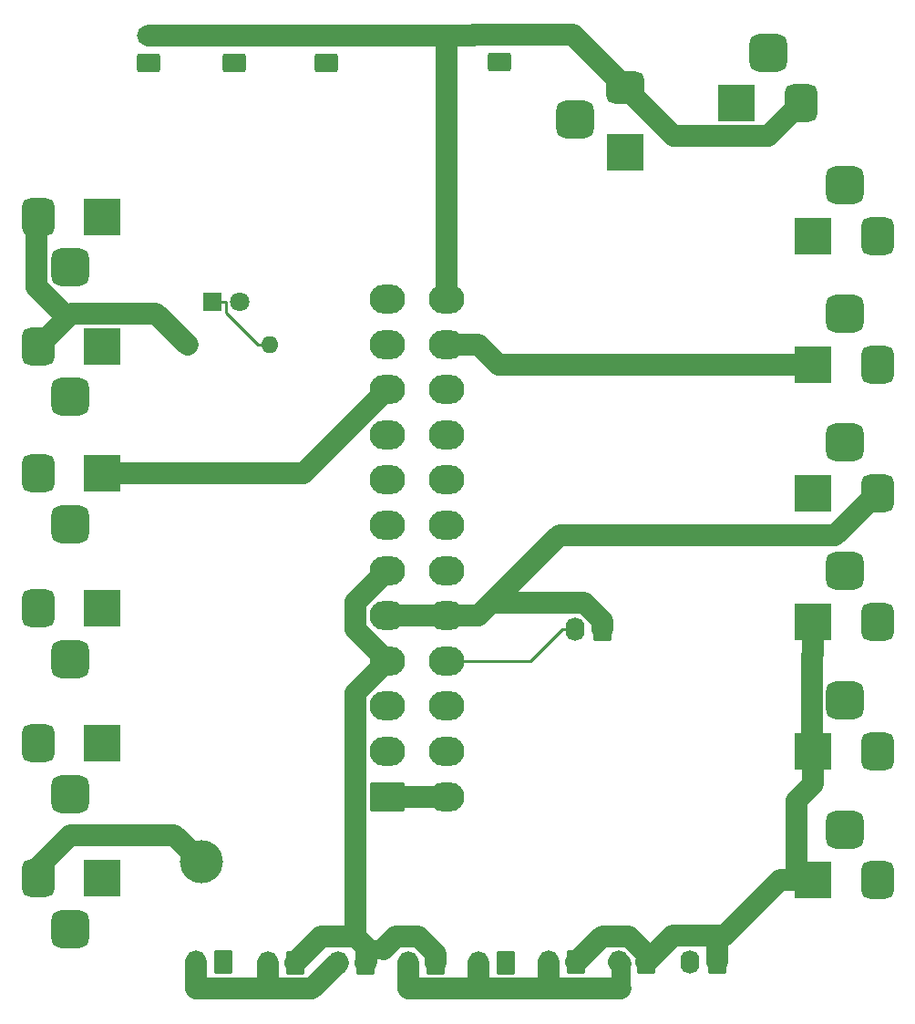
<source format=gbr>
%TF.GenerationSoftware,KiCad,Pcbnew,8.0.5*%
%TF.CreationDate,2025-01-01T08:30:29+10:00*%
%TF.ProjectId,a10 Power Distro PCB v1,61313020-506f-4776-9572-204469737472,rev?*%
%TF.SameCoordinates,Original*%
%TF.FileFunction,Copper,L2,Bot*%
%TF.FilePolarity,Positive*%
%FSLAX46Y46*%
G04 Gerber Fmt 4.6, Leading zero omitted, Abs format (unit mm)*
G04 Created by KiCad (PCBNEW 8.0.5) date 2025-01-01 08:30:29*
%MOMM*%
%LPD*%
G01*
G04 APERTURE LIST*
G04 Aperture macros list*
%AMRoundRect*
0 Rectangle with rounded corners*
0 $1 Rounding radius*
0 $2 $3 $4 $5 $6 $7 $8 $9 X,Y pos of 4 corners*
0 Add a 4 corners polygon primitive as box body*
4,1,4,$2,$3,$4,$5,$6,$7,$8,$9,$2,$3,0*
0 Add four circle primitives for the rounded corners*
1,1,$1+$1,$2,$3*
1,1,$1+$1,$4,$5*
1,1,$1+$1,$6,$7*
1,1,$1+$1,$8,$9*
0 Add four rect primitives between the rounded corners*
20,1,$1+$1,$2,$3,$4,$5,0*
20,1,$1+$1,$4,$5,$6,$7,0*
20,1,$1+$1,$6,$7,$8,$9,0*
20,1,$1+$1,$8,$9,$2,$3,0*%
G04 Aperture macros list end*
%TA.AperFunction,ComponentPad*%
%ADD10R,3.500000X3.500000*%
%TD*%
%TA.AperFunction,ComponentPad*%
%ADD11RoundRect,0.750000X-1.000000X0.750000X-1.000000X-0.750000X1.000000X-0.750000X1.000000X0.750000X0*%
%TD*%
%TA.AperFunction,ComponentPad*%
%ADD12RoundRect,0.875000X-0.875000X0.875000X-0.875000X-0.875000X0.875000X-0.875000X0.875000X0.875000X0*%
%TD*%
%TA.AperFunction,ComponentPad*%
%ADD13RoundRect,0.250000X0.620000X0.845000X-0.620000X0.845000X-0.620000X-0.845000X0.620000X-0.845000X0*%
%TD*%
%TA.AperFunction,ComponentPad*%
%ADD14O,1.740000X2.190000*%
%TD*%
%TA.AperFunction,ComponentPad*%
%ADD15RoundRect,0.750000X0.750000X1.000000X-0.750000X1.000000X-0.750000X-1.000000X0.750000X-1.000000X0*%
%TD*%
%TA.AperFunction,ComponentPad*%
%ADD16RoundRect,0.875000X0.875000X0.875000X-0.875000X0.875000X-0.875000X-0.875000X0.875000X-0.875000X0*%
%TD*%
%TA.AperFunction,ComponentPad*%
%ADD17RoundRect,0.750000X-0.750000X-1.000000X0.750000X-1.000000X0.750000X1.000000X-0.750000X1.000000X0*%
%TD*%
%TA.AperFunction,ComponentPad*%
%ADD18RoundRect,0.875000X-0.875000X-0.875000X0.875000X-0.875000X0.875000X0.875000X-0.875000X0.875000X0*%
%TD*%
%TA.AperFunction,ComponentPad*%
%ADD19RoundRect,0.250001X1.399999X-1.099999X1.399999X1.099999X-1.399999X1.099999X-1.399999X-1.099999X0*%
%TD*%
%TA.AperFunction,ComponentPad*%
%ADD20O,3.300000X2.700000*%
%TD*%
%TA.AperFunction,ComponentPad*%
%ADD21RoundRect,0.250000X0.845000X-0.620000X0.845000X0.620000X-0.845000X0.620000X-0.845000X-0.620000X0*%
%TD*%
%TA.AperFunction,ComponentPad*%
%ADD22O,2.190000X1.740000*%
%TD*%
%TA.AperFunction,ComponentPad*%
%ADD23R,1.800000X1.800000*%
%TD*%
%TA.AperFunction,ComponentPad*%
%ADD24C,1.800000*%
%TD*%
%TA.AperFunction,ComponentPad*%
%ADD25C,1.600000*%
%TD*%
%TA.AperFunction,ComponentPad*%
%ADD26O,1.600000X1.600000*%
%TD*%
%TA.AperFunction,ViaPad*%
%ADD27C,4.000000*%
%TD*%
%TA.AperFunction,Conductor*%
%ADD28C,2.000000*%
%TD*%
%TA.AperFunction,Conductor*%
%ADD29C,0.250000*%
%TD*%
%TA.AperFunction,Conductor*%
%ADD30C,1.739800*%
%TD*%
%TA.AperFunction,Conductor*%
%ADD31C,1.741800*%
%TD*%
G04 APERTURE END LIST*
D10*
%TO.P,J22,1,Pin_1*%
%TO.N,/3V3_CDU_BACKLIGHT*%
X63307500Y-14475000D03*
D11*
%TO.P,J22,2,Pin_2*%
%TO.N,/LEDGND*%
X63307500Y-8475000D03*
D12*
%TO.P,J22,3*%
%TO.N,N/C*%
X58607500Y-11475000D03*
%TD*%
D13*
%TO.P,J5,1,Pin_1*%
%TO.N,/LED5V1*%
X52228200Y-89750800D03*
D14*
%TO.P,J5,2,Pin_2*%
%TO.N,/LEDGND*%
X49688200Y-89750800D03*
%TD*%
D13*
%TO.P,J13,1,Pin_1*%
%TO.N,/LED5V1*%
X58762200Y-89700000D03*
D14*
%TO.P,J13,2,Pin_2*%
%TO.N,/LEDGND*%
X56222200Y-89700000D03*
%TD*%
D13*
%TO.P,J6,1,Pin_1*%
%TO.N,/LED5V1*%
X65296100Y-89700000D03*
D14*
%TO.P,J6,2,Pin_2*%
%TO.N,/LEDGND*%
X62756100Y-89700000D03*
%TD*%
D13*
%TO.P,J14,1,Pin_1*%
%TO.N,/LED5V1*%
X71830000Y-89700000D03*
D14*
%TO.P,J14,2,Pin_2*%
%TO.N,/LEDGND*%
X69290000Y-89700000D03*
%TD*%
D10*
%TO.P,J1,1,Pin_1*%
%TO.N,/LED5V1*%
X80720000Y-34217500D03*
D15*
%TO.P,J1,2,Pin_2*%
%TO.N,/LEDGND*%
X86720000Y-34217500D03*
D16*
%TO.P,J1,3*%
%TO.N,N/C*%
X83720000Y-29517500D03*
%TD*%
D10*
%TO.P,J16,1,Pin_1*%
%TO.N,/LED5V1*%
X80720000Y-46147500D03*
D15*
%TO.P,J16,2,Pin_2*%
%TO.N,/LEDGND*%
X86720000Y-46147500D03*
D16*
%TO.P,J16,3*%
%TO.N,N/C*%
X83720000Y-41447500D03*
%TD*%
D10*
%TO.P,J2,1,Pin_1*%
%TO.N,/LED5V1*%
X80720000Y-58107500D03*
D15*
%TO.P,J2,2,Pin_2*%
%TO.N,/LEDGND*%
X86720000Y-58107500D03*
D16*
%TO.P,J2,3*%
%TO.N,N/C*%
X83720000Y-53407500D03*
%TD*%
D10*
%TO.P,J17,1,Pin_1*%
%TO.N,/LED5V1*%
X80720000Y-70117500D03*
D15*
%TO.P,J17,2,Pin_2*%
%TO.N,/LEDGND*%
X86720000Y-70117500D03*
D16*
%TO.P,J17,3*%
%TO.N,N/C*%
X83720000Y-65417500D03*
%TD*%
D10*
%TO.P,J23,1,Pin_1*%
%TO.N,/12VSOCKETS+*%
X14750000Y-44330000D03*
D17*
%TO.P,J23,2,Pin_2*%
%TO.N,/LEDGND*%
X8750000Y-44330000D03*
D18*
%TO.P,J23,3*%
%TO.N,N/C*%
X11750000Y-49030000D03*
%TD*%
D10*
%TO.P,J8,1,Pin_1*%
%TO.N,/12VSOCKETS+*%
X14750000Y-56865800D03*
D17*
%TO.P,J8,2,Pin_2*%
%TO.N,/LEDGND*%
X8750000Y-56865800D03*
D18*
%TO.P,J8,3*%
%TO.N,N/C*%
X11750000Y-61565800D03*
%TD*%
D10*
%TO.P,J24,1,Pin_1*%
%TO.N,/12VSOCKETS+*%
X14750000Y-69401600D03*
D17*
%TO.P,J24,2,Pin_2*%
%TO.N,/LEDGND*%
X8750000Y-69401600D03*
D18*
%TO.P,J24,3*%
%TO.N,N/C*%
X11750000Y-74101600D03*
%TD*%
D19*
%TO.P,J29,1,Pin_1*%
%TO.N,/3V3_CDU_BACKLIGHT*%
X41237000Y-74330000D03*
D20*
%TO.P,J29,2,Pin_2*%
X41237000Y-70130000D03*
%TO.P,J29,3,Pin_3*%
%TO.N,/LEDGND*%
X41237000Y-65930000D03*
%TO.P,J29,4,Pin_4*%
%TO.N,/LED5V1*%
X41237000Y-61730000D03*
%TO.P,J29,5,Pin_5*%
%TO.N,/LEDGND*%
X41237000Y-57530000D03*
%TO.P,J29,6,Pin_6*%
%TO.N,/LED5V1*%
X41237000Y-53330000D03*
%TO.P,J29,7,Pin_7*%
%TO.N,/LEDGND*%
X41237000Y-49130000D03*
%TO.P,J29,8,Pin_8*%
%TO.N,/PWRGOOD*%
X41237000Y-44930000D03*
%TO.P,J29,9,Pin_9*%
%TO.N,unconnected-(J29-Pin_9-Pad9)*%
X41237000Y-40730000D03*
%TO.P,J29,10,Pin_10*%
%TO.N,/12VSOCKETS+*%
X41237000Y-36530000D03*
%TO.P,J29,11,Pin_11*%
X41237000Y-32330000D03*
%TO.P,J29,12,Pin_12*%
%TO.N,/3V3_CDU_BACKLIGHT*%
X41237000Y-28130000D03*
%TO.P,J29,13,Pin_13*%
X46737000Y-74330000D03*
%TO.P,J29,14,Pin_14*%
%TO.N,unconnected-(J29-Pin_14-Pad14)*%
X46737000Y-70130000D03*
%TO.P,J29,15,Pin_15*%
%TO.N,/LEDGND*%
X46737000Y-65930000D03*
%TO.P,J29,16,Pin_16*%
%TO.N,/PSUSW*%
X46737000Y-61730000D03*
%TO.P,J29,17,Pin_17*%
%TO.N,/LEDGND*%
X46737000Y-57530000D03*
%TO.P,J29,18,Pin_18*%
X46737000Y-53330000D03*
%TO.P,J29,19,Pin_19*%
X46737000Y-49130000D03*
%TO.P,J29,20,Pin_20*%
%TO.N,unconnected-(J29-Pin_20-Pad20)*%
X46737000Y-44930000D03*
%TO.P,J29,21,Pin_21*%
%TO.N,/LED5V1*%
X46737000Y-40730000D03*
%TO.P,J29,22,Pin_22*%
X46737000Y-36530000D03*
%TO.P,J29,23,Pin_23*%
X46737000Y-32330000D03*
%TO.P,J29,24,Pin_24*%
%TO.N,/LEDGND*%
X46737000Y-28130000D03*
%TD*%
D21*
%TO.P,J9,1,Pin_1*%
%TO.N,/12VSOCKETS+*%
X27005600Y-6200000D03*
D22*
%TO.P,J9,2,Pin_2*%
%TO.N,/LEDGND*%
X27005600Y-3660000D03*
%TD*%
D21*
%TO.P,J26,1,Pin_1*%
%TO.N,/3V3_CDU_BACKLIGHT*%
X51595600Y-6160000D03*
D22*
%TO.P,J26,2,Pin_2*%
%TO.N,/LEDGND*%
X51595600Y-3620000D03*
%TD*%
D21*
%TO.P,J10,1,Pin_1*%
%TO.N,/12VSOCKETS+*%
X19030000Y-6200000D03*
D22*
%TO.P,J10,2,Pin_2*%
%TO.N,/LEDGND*%
X19030000Y-3660000D03*
%TD*%
D13*
%TO.P,J28,1,Pin_1*%
%TO.N,/LEDGND*%
X61190000Y-58820000D03*
D14*
%TO.P,J28,2,Pin_2*%
%TO.N,/PSUSW*%
X58650000Y-58820000D03*
%TD*%
D10*
%TO.P,J18,1,Pin_1*%
%TO.N,/LED5V1*%
X80720000Y-82097500D03*
D15*
%TO.P,J18,2,Pin_2*%
%TO.N,/LEDGND*%
X86720000Y-82097500D03*
D16*
%TO.P,J18,3*%
%TO.N,N/C*%
X83720000Y-77397500D03*
%TD*%
D10*
%TO.P,J25,1,Pin_1*%
%TO.N,/12VSOCKETS+*%
X14750000Y-81937400D03*
D17*
%TO.P,J25,2,Pin_2*%
%TO.N,/LEDGND*%
X8750000Y-81937400D03*
D18*
%TO.P,J25,3*%
%TO.N,N/C*%
X11750000Y-86637400D03*
%TD*%
D23*
%TO.P,D1,1,K*%
%TO.N,Net-(D1-K)*%
X24961000Y-28394000D03*
D24*
%TO.P,D1,2,A*%
%TO.N,/PWRGOOD*%
X27501000Y-28394000D03*
%TD*%
D25*
%TO.P,R1,1*%
%TO.N,/LEDGND*%
X22681000Y-32394000D03*
D26*
%TO.P,R1,2*%
%TO.N,Net-(D1-K)*%
X30301000Y-32394000D03*
%TD*%
D21*
%TO.P,J21,1,Pin_1*%
%TO.N,/12VSOCKETS+*%
X35502000Y-6209600D03*
D22*
%TO.P,J21,2,Pin_2*%
%TO.N,/LEDGND*%
X35502000Y-3669600D03*
%TD*%
D13*
%TO.P,J19,1,Pin_1*%
%TO.N,/LED5V1*%
X45694300Y-89750800D03*
D14*
%TO.P,J19,2,Pin_2*%
%TO.N,/LEDGND*%
X43154300Y-89750800D03*
%TD*%
D13*
%TO.P,J20,1,Pin_1*%
%TO.N,/LED5V1*%
X39160400Y-89750800D03*
D14*
%TO.P,J20,2,Pin_2*%
%TO.N,/LEDGND*%
X36620400Y-89750800D03*
%TD*%
D13*
%TO.P,J7,1,Pin_1*%
%TO.N,/LED5V1*%
X26010000Y-89720000D03*
D14*
%TO.P,J7,2,Pin_2*%
%TO.N,/LEDGND*%
X23470000Y-89720000D03*
%TD*%
D10*
%TO.P,J12,1,Pin_1*%
%TO.N,/12VSOCKETS+*%
X14750000Y-20506700D03*
D17*
%TO.P,J12,2,Pin_2*%
%TO.N,/LEDGND*%
X8750000Y-20506700D03*
D18*
%TO.P,J12,3*%
%TO.N,N/C*%
X11750000Y-25206700D03*
%TD*%
D13*
%TO.P,J15,1,Pin_1*%
%TO.N,/LED5V1*%
X32630000Y-89740000D03*
D14*
%TO.P,J15,2,Pin_2*%
%TO.N,/LEDGND*%
X30090000Y-89740000D03*
%TD*%
D10*
%TO.P,J4,1,Pin_1*%
%TO.N,/LED5V1*%
X73640000Y-9947500D03*
D15*
%TO.P,J4,2,Pin_2*%
%TO.N,/LEDGND*%
X79640000Y-9947500D03*
D16*
%TO.P,J4,3*%
%TO.N,N/C*%
X76640000Y-5247500D03*
%TD*%
D10*
%TO.P,J3,1,Pin_1*%
%TO.N,/LED5V1*%
X80720000Y-22277500D03*
D15*
%TO.P,J3,2,Pin_2*%
%TO.N,/LEDGND*%
X86720000Y-22277500D03*
D16*
%TO.P,J3,3*%
%TO.N,N/C*%
X83720000Y-17577500D03*
%TD*%
D10*
%TO.P,J11,1,Pin_1*%
%TO.N,/12VSOCKETS+*%
X14750000Y-32506700D03*
D17*
%TO.P,J11,2,Pin_2*%
%TO.N,/LEDGND*%
X8750000Y-32506700D03*
D18*
%TO.P,J11,3*%
%TO.N,N/C*%
X11750000Y-37206700D03*
%TD*%
D27*
%TO.N,/LEDGND*%
X23925000Y-80400000D03*
%TD*%
D28*
%TO.N,/LEDGND*%
X86720000Y-46147500D02*
X82817500Y-50050000D01*
X82817500Y-50050000D02*
X57168700Y-50050000D01*
X57168700Y-50050000D02*
X50851100Y-56367600D01*
X21425000Y-77900000D02*
X23925000Y-80400000D01*
X8750000Y-81937400D02*
X8750000Y-80925000D01*
X11775000Y-77900000D02*
X21425000Y-77900000D01*
X8750000Y-80925000D02*
X11775000Y-77900000D01*
%TO.N,/3V3_CDU_BACKLIGHT*%
X46737000Y-74330000D02*
X41237000Y-74330000D01*
D29*
%TO.N,/PSUSW*%
X54543300Y-61730000D02*
X57453300Y-58820000D01*
X46737000Y-61730000D02*
X54543300Y-61730000D01*
X58650000Y-58820000D02*
X57453300Y-58820000D01*
D28*
%TO.N,/LEDGND*%
X27005600Y-3660000D02*
X29402300Y-3660000D01*
X19030000Y-3660000D02*
X27005600Y-3660000D01*
X46737000Y-57530000D02*
X41237000Y-57530000D01*
X67831700Y-12999200D02*
X63307500Y-8475000D01*
X76588300Y-12999200D02*
X67831700Y-12999200D01*
X79640000Y-9947500D02*
X76588300Y-12999200D01*
X34195800Y-92175400D02*
X36620400Y-89750800D01*
X30128700Y-92175400D02*
X34195800Y-92175400D01*
X30090000Y-92136700D02*
X30128700Y-92175400D01*
X62902700Y-89846600D02*
X62756100Y-89700000D01*
X58452500Y-3620000D02*
X63307500Y-8475000D01*
X51595600Y-3620000D02*
X58452500Y-3620000D01*
X30090000Y-89740000D02*
X30090000Y-91551300D01*
X30090000Y-91551300D02*
X30090000Y-92116200D01*
X30090000Y-92116200D02*
X30090000Y-92136700D01*
X23535400Y-92182100D02*
X23470000Y-92116700D01*
X30024100Y-92182100D02*
X23535400Y-92182100D01*
X30090000Y-92116200D02*
X30024100Y-92182100D01*
X23470000Y-89720000D02*
X23470000Y-92116700D01*
X56222200Y-89700000D02*
X56222200Y-92096700D01*
X29411900Y-3669600D02*
X35502000Y-3669600D01*
X29402300Y-3660000D02*
X29411900Y-3669600D01*
X51595600Y-3620000D02*
X49198900Y-3620000D01*
X50851100Y-56367600D02*
X49688700Y-57530000D01*
X59508200Y-56367600D02*
X50851100Y-56367600D01*
X61190000Y-58049400D02*
X59508200Y-56367600D01*
X61190000Y-58820000D02*
X61190000Y-58049400D01*
X46737000Y-57530000D02*
X49688700Y-57530000D01*
X8647100Y-20609600D02*
X8750000Y-20506700D01*
X8647100Y-27004500D02*
X8647100Y-20609600D01*
X11449700Y-29807000D02*
X8647100Y-27004500D01*
X11801700Y-29455000D02*
X11449700Y-29807000D01*
X19742000Y-29455000D02*
X11801700Y-29455000D01*
X22681000Y-32394000D02*
X19742000Y-29455000D01*
X11449700Y-29807000D02*
X8750000Y-32506700D01*
X46737000Y-28130000D02*
X46737000Y-25478300D01*
X46737000Y-3669600D02*
X46737000Y-25478300D01*
X35502000Y-3669600D02*
X46737000Y-3669600D01*
X49149300Y-3669600D02*
X49198900Y-3620000D01*
X46737000Y-3669600D02*
X49149300Y-3669600D01*
X49710400Y-92169700D02*
X49688200Y-92147500D01*
X56149200Y-92169700D02*
X49710400Y-92169700D01*
X56222200Y-92096700D02*
X56149200Y-92169700D01*
X56228400Y-92102900D02*
X56222200Y-92096700D01*
X62902700Y-92102900D02*
X56228400Y-92102900D01*
D30*
X62902700Y-92102900D02*
X62902700Y-89846600D01*
D28*
X49686700Y-92148500D02*
X49688200Y-92147000D01*
X43155300Y-92148500D02*
X49686700Y-92148500D01*
X43154300Y-92147500D02*
X43155300Y-92148500D01*
X49688200Y-89750800D02*
X49688200Y-92147000D01*
X49688200Y-92147000D02*
X49688200Y-92147500D01*
X43154300Y-89750800D02*
X43154300Y-92147500D01*
D29*
%TO.N,Net-(D1-K)*%
X26187700Y-29407400D02*
X26187700Y-28394000D01*
X29174300Y-32394000D02*
X26187700Y-29407400D01*
X24961000Y-28394000D02*
X26187700Y-28394000D01*
X30301000Y-32394000D02*
X29174300Y-32394000D01*
D28*
%TO.N,/12VSOCKETS+*%
X33437000Y-44330000D02*
X41237000Y-36530000D01*
X14750000Y-44330000D02*
X33437000Y-44330000D01*
%TO.N,/LED5V1*%
X72497500Y-87268300D02*
X71830000Y-87268300D01*
X77668300Y-82097500D02*
X72497500Y-87268300D01*
X71830000Y-87268300D02*
X71830000Y-89700000D01*
X63677500Y-87303300D02*
X65685200Y-89310900D01*
X61158900Y-87303300D02*
X63677500Y-87303300D01*
X58762200Y-89700000D02*
X61158900Y-87303300D01*
X67727800Y-87268300D02*
X65685200Y-89310900D01*
X71830000Y-87268300D02*
X67727800Y-87268300D01*
X65685200Y-89310900D02*
X65296100Y-89700000D01*
X51576200Y-34217500D02*
X80720000Y-34217500D01*
X49688700Y-32330000D02*
X51576200Y-34217500D01*
X46737000Y-32330000D02*
X49688700Y-32330000D01*
X38279200Y-58772200D02*
X41237000Y-61730000D01*
X38279200Y-56287800D02*
X38279200Y-58772200D01*
X41237000Y-53330000D02*
X38279200Y-56287800D01*
X42005800Y-87354100D02*
X40854100Y-88505800D01*
X44120900Y-87354100D02*
X42005800Y-87354100D01*
X45694300Y-88927500D02*
X44120900Y-87354100D01*
X45694300Y-89750800D02*
X45694300Y-88927500D01*
X35027900Y-87342100D02*
X38265500Y-87342100D01*
X32630000Y-89740000D02*
X35027900Y-87342100D01*
X38265500Y-64701500D02*
X41237000Y-61730000D01*
X38265500Y-87342100D02*
X38265500Y-64701500D01*
D31*
X40854100Y-88505800D02*
X39255200Y-88505800D01*
D28*
X39255200Y-88331800D02*
X39255200Y-88505800D01*
X38265500Y-87342100D02*
X39255200Y-88331800D01*
X39255200Y-89656000D02*
X39160400Y-89750800D01*
X39255200Y-88505800D02*
X39255200Y-89656000D01*
X80665000Y-70062500D02*
X80720000Y-70117500D01*
X80665000Y-61214200D02*
X80665000Y-70062500D01*
X80720000Y-61159200D02*
X80665000Y-61214200D01*
X80720000Y-58107500D02*
X80720000Y-61159200D01*
X80720000Y-82097500D02*
X79194200Y-82097500D01*
X79194200Y-82097500D02*
X77668300Y-82097500D01*
X79194200Y-74695000D02*
X80720000Y-73169200D01*
X79194200Y-82097500D02*
X79194200Y-74695000D01*
X80720000Y-70117500D02*
X80720000Y-73169200D01*
%TD*%
M02*

</source>
